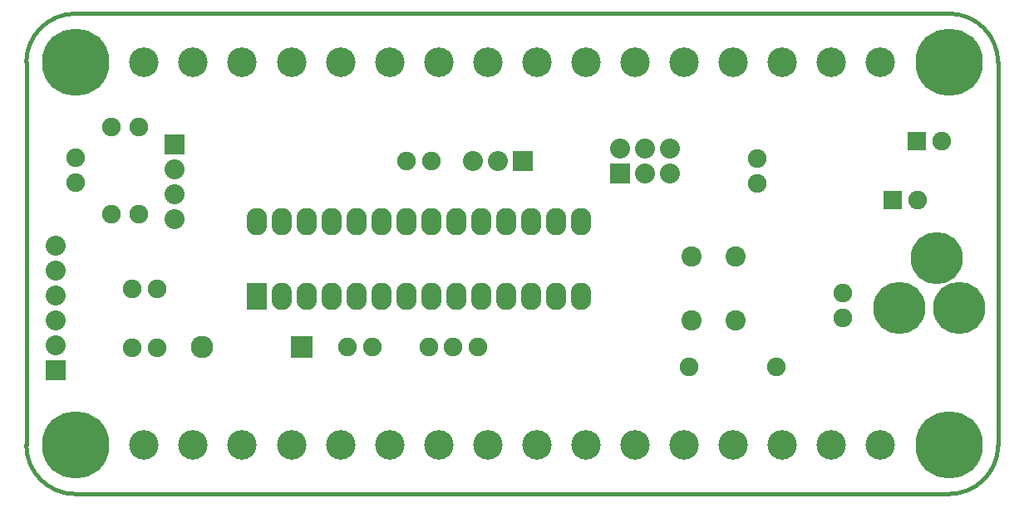
<source format=gbs>
G04 #@! TF.FileFunction,Soldermask,Bot*
%FSLAX46Y46*%
G04 Gerber Fmt 4.6, Leading zero omitted, Abs format (unit mm)*
G04 Created by KiCad (PCBNEW (after 2015-mar-04 BZR unknown)-product) date 6/6/2015 10:00:11 AM*
%MOMM*%
G01*
G04 APERTURE LIST*
%ADD10C,0.150000*%
%ADD11C,0.381000*%
%ADD12C,2.286000*%
%ADD13R,2.286000X2.286000*%
%ADD14O,2.082800X2.794000*%
%ADD15R,2.082800X2.794000*%
%ADD16C,1.905000*%
%ADD17R,2.032000X2.032000*%
%ADD18C,2.032000*%
%ADD19R,1.905000X1.905000*%
%ADD20C,3.007360*%
%ADD21C,2.057400*%
%ADD22C,5.308600*%
%ADD23C,6.858000*%
G04 APERTURE END LIST*
D10*
D11*
X92474000Y-79340000D02*
X181474000Y-79340000D01*
X87474000Y-123340000D02*
X87474000Y-84340000D01*
X181474000Y-128340000D02*
X92474000Y-128340000D01*
X186474000Y-84340000D02*
X186474000Y-123340000D01*
X87474000Y-123340000D02*
G75*
G03X92474000Y-128340000I5000000J0D01*
G01*
X181474000Y-128340000D02*
G75*
G03X186474000Y-123340000I0J5000000D01*
G01*
X186474000Y-84340000D02*
G75*
G03X181474000Y-79340000I-5000000J0D01*
G01*
X92474000Y-79340000D02*
G75*
G03X87474000Y-84340000I0J-5000000D01*
G01*
D12*
X105394000Y-113340000D03*
D13*
X115554000Y-113340000D03*
D14*
X113504000Y-108150000D03*
X116044000Y-108150000D03*
X118584000Y-108150000D03*
X121124000Y-108150000D03*
X123664000Y-108150000D03*
X126204000Y-108150000D03*
X128744000Y-108150000D03*
X131284000Y-108150000D03*
X133824000Y-108150000D03*
X136364000Y-108150000D03*
X138904000Y-108150000D03*
X141444000Y-108150000D03*
X143984000Y-108150000D03*
D15*
X110964000Y-108150000D03*
D14*
X143984000Y-100530000D03*
X141444000Y-100530000D03*
X138904000Y-100530000D03*
X136364000Y-100530000D03*
X133824000Y-100530000D03*
X131284000Y-100530000D03*
X128744000Y-100530000D03*
X126204000Y-100530000D03*
X123664000Y-100530000D03*
X121124000Y-100530000D03*
X118584000Y-100530000D03*
X116044000Y-100530000D03*
X113504000Y-100530000D03*
X110964000Y-100530000D03*
D16*
X98933000Y-99822000D03*
X98933000Y-90932000D03*
X96139000Y-99822000D03*
X96139000Y-90932000D03*
X163919000Y-115340000D03*
X155029000Y-115340000D03*
D17*
X147934000Y-95610000D03*
D18*
X147934000Y-93070000D03*
X150474000Y-95610000D03*
X150474000Y-93070000D03*
X153014000Y-95610000D03*
X153014000Y-93070000D03*
D19*
X178204000Y-92340000D03*
D16*
X180744000Y-92340000D03*
D19*
X175704000Y-98340000D03*
D16*
X178244000Y-98340000D03*
X161925000Y-94107000D03*
X161925000Y-96647000D03*
X128744000Y-94340000D03*
X126204000Y-94340000D03*
X100838000Y-113411000D03*
X98298000Y-113411000D03*
X120204000Y-113340000D03*
X122744000Y-113340000D03*
X92474000Y-94070000D03*
X92474000Y-96610000D03*
X98298000Y-107442000D03*
X100838000Y-107442000D03*
X170688000Y-107823000D03*
X170688000Y-110363000D03*
D20*
X134474000Y-123340000D03*
X129472740Y-123340000D03*
X124474020Y-123340000D03*
X119472760Y-123340000D03*
X114474040Y-123340000D03*
X109472780Y-123340000D03*
X104474060Y-123340000D03*
X99472800Y-123340000D03*
X139474000Y-84340000D03*
X144475260Y-84340000D03*
X149473980Y-84340000D03*
X154475240Y-84340000D03*
X159473960Y-84340000D03*
X164475220Y-84340000D03*
X169473940Y-84340000D03*
X174475200Y-84340000D03*
X99474000Y-84340000D03*
X104475260Y-84340000D03*
X109473980Y-84340000D03*
X114475240Y-84340000D03*
X119473960Y-84340000D03*
X124475220Y-84340000D03*
X129473940Y-84340000D03*
X134475200Y-84340000D03*
X174474000Y-123340000D03*
X169472740Y-123340000D03*
X164474020Y-123340000D03*
X159472760Y-123340000D03*
X154474040Y-123340000D03*
X149472780Y-123340000D03*
X144474060Y-123340000D03*
X139472800Y-123340000D03*
D17*
X90474000Y-115690000D03*
D18*
X90474000Y-113150000D03*
X90474000Y-110610000D03*
X90474000Y-108070000D03*
X90474000Y-105530000D03*
X90474000Y-102990000D03*
D17*
X102616000Y-92710000D03*
D18*
X102616000Y-95250000D03*
X102616000Y-97790000D03*
X102616000Y-100330000D03*
D21*
X155223560Y-104088800D03*
X159724440Y-104088800D03*
X155223560Y-110591200D03*
X159724440Y-110591200D03*
D16*
X128474640Y-113340000D03*
X133473360Y-113340000D03*
X130974000Y-113340000D03*
D22*
X182474000Y-109340000D03*
X176378000Y-109340000D03*
X180188000Y-104260000D03*
D17*
X138014000Y-94340000D03*
D18*
X135474000Y-94340000D03*
X132934000Y-94340000D03*
D23*
X92474000Y-84340000D03*
X92474000Y-123340000D03*
X181474000Y-84340000D03*
X181474000Y-123340000D03*
M02*

</source>
